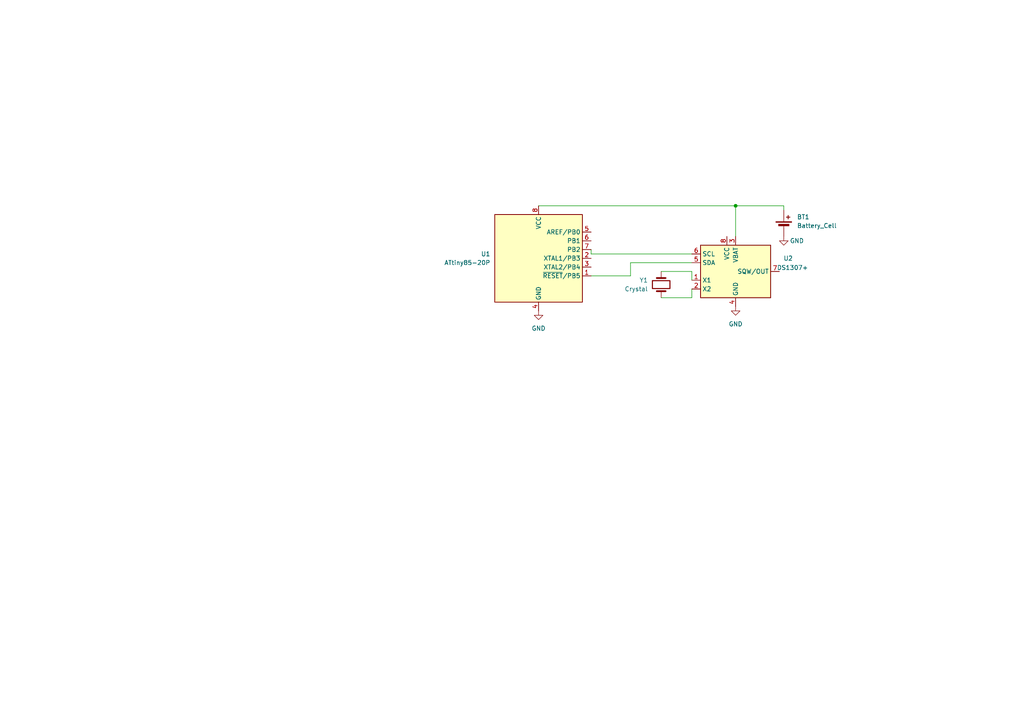
<source format=kicad_sch>
(kicad_sch (version 20230121) (generator eeschema)

  (uuid 7cfdfdda-b0e0-42ce-9ef7-1bd85f2ec3d2)

  (paper "A4")

  (lib_symbols
    (symbol "Device:Battery_Cell" (pin_numbers hide) (pin_names (offset 0) hide) (in_bom yes) (on_board yes)
      (property "Reference" "BT" (at 2.54 2.54 0)
        (effects (font (size 1.27 1.27)) (justify left))
      )
      (property "Value" "Battery_Cell" (at 2.54 0 0)
        (effects (font (size 1.27 1.27)) (justify left))
      )
      (property "Footprint" "" (at 0 1.524 90)
        (effects (font (size 1.27 1.27)) hide)
      )
      (property "Datasheet" "~" (at 0 1.524 90)
        (effects (font (size 1.27 1.27)) hide)
      )
      (property "ki_keywords" "battery cell" (at 0 0 0)
        (effects (font (size 1.27 1.27)) hide)
      )
      (property "ki_description" "Single-cell battery" (at 0 0 0)
        (effects (font (size 1.27 1.27)) hide)
      )
      (symbol "Battery_Cell_0_1"
        (rectangle (start -2.286 1.778) (end 2.286 1.524)
          (stroke (width 0) (type default))
          (fill (type outline))
        )
        (rectangle (start -1.524 1.016) (end 1.524 0.508)
          (stroke (width 0) (type default))
          (fill (type outline))
        )
        (polyline
          (pts
            (xy 0 0.762)
            (xy 0 0)
          )
          (stroke (width 0) (type default))
          (fill (type none))
        )
        (polyline
          (pts
            (xy 0 1.778)
            (xy 0 2.54)
          )
          (stroke (width 0) (type default))
          (fill (type none))
        )
        (polyline
          (pts
            (xy 0.762 3.048)
            (xy 1.778 3.048)
          )
          (stroke (width 0.254) (type default))
          (fill (type none))
        )
        (polyline
          (pts
            (xy 1.27 3.556)
            (xy 1.27 2.54)
          )
          (stroke (width 0.254) (type default))
          (fill (type none))
        )
      )
      (symbol "Battery_Cell_1_1"
        (pin passive line (at 0 5.08 270) (length 2.54)
          (name "+" (effects (font (size 1.27 1.27))))
          (number "1" (effects (font (size 1.27 1.27))))
        )
        (pin passive line (at 0 -2.54 90) (length 2.54)
          (name "-" (effects (font (size 1.27 1.27))))
          (number "2" (effects (font (size 1.27 1.27))))
        )
      )
    )
    (symbol "Device:Crystal" (pin_numbers hide) (pin_names (offset 1.016) hide) (in_bom yes) (on_board yes)
      (property "Reference" "Y" (at 0 3.81 0)
        (effects (font (size 1.27 1.27)))
      )
      (property "Value" "Crystal" (at 0 -3.81 0)
        (effects (font (size 1.27 1.27)))
      )
      (property "Footprint" "" (at 0 0 0)
        (effects (font (size 1.27 1.27)) hide)
      )
      (property "Datasheet" "~" (at 0 0 0)
        (effects (font (size 1.27 1.27)) hide)
      )
      (property "ki_keywords" "quartz ceramic resonator oscillator" (at 0 0 0)
        (effects (font (size 1.27 1.27)) hide)
      )
      (property "ki_description" "Two pin crystal" (at 0 0 0)
        (effects (font (size 1.27 1.27)) hide)
      )
      (property "ki_fp_filters" "Crystal*" (at 0 0 0)
        (effects (font (size 1.27 1.27)) hide)
      )
      (symbol "Crystal_0_1"
        (rectangle (start -1.143 2.54) (end 1.143 -2.54)
          (stroke (width 0.3048) (type default))
          (fill (type none))
        )
        (polyline
          (pts
            (xy -2.54 0)
            (xy -1.905 0)
          )
          (stroke (width 0) (type default))
          (fill (type none))
        )
        (polyline
          (pts
            (xy -1.905 -1.27)
            (xy -1.905 1.27)
          )
          (stroke (width 0.508) (type default))
          (fill (type none))
        )
        (polyline
          (pts
            (xy 1.905 -1.27)
            (xy 1.905 1.27)
          )
          (stroke (width 0.508) (type default))
          (fill (type none))
        )
        (polyline
          (pts
            (xy 2.54 0)
            (xy 1.905 0)
          )
          (stroke (width 0) (type default))
          (fill (type none))
        )
      )
      (symbol "Crystal_1_1"
        (pin passive line (at -3.81 0 0) (length 1.27)
          (name "1" (effects (font (size 1.27 1.27))))
          (number "1" (effects (font (size 1.27 1.27))))
        )
        (pin passive line (at 3.81 0 180) (length 1.27)
          (name "2" (effects (font (size 1.27 1.27))))
          (number "2" (effects (font (size 1.27 1.27))))
        )
      )
    )
    (symbol "MCU_Microchip_ATtiny:ATtiny85-20P" (in_bom yes) (on_board yes)
      (property "Reference" "U" (at -12.7 13.97 0)
        (effects (font (size 1.27 1.27)) (justify left bottom))
      )
      (property "Value" "ATtiny85-20P" (at 2.54 -13.97 0)
        (effects (font (size 1.27 1.27)) (justify left top))
      )
      (property "Footprint" "Package_DIP:DIP-8_W7.62mm" (at 0 0 0)
        (effects (font (size 1.27 1.27) italic) hide)
      )
      (property "Datasheet" "http://ww1.microchip.com/downloads/en/DeviceDoc/atmel-2586-avr-8-bit-microcontroller-attiny25-attiny45-attiny85_datasheet.pdf" (at 0 0 0)
        (effects (font (size 1.27 1.27)) hide)
      )
      (property "ki_keywords" "AVR 8bit Microcontroller tinyAVR" (at 0 0 0)
        (effects (font (size 1.27 1.27)) hide)
      )
      (property "ki_description" "20MHz, 8kB Flash, 512B SRAM, 512B EEPROM, debugWIRE, DIP-8" (at 0 0 0)
        (effects (font (size 1.27 1.27)) hide)
      )
      (property "ki_fp_filters" "DIP*W7.62mm*" (at 0 0 0)
        (effects (font (size 1.27 1.27)) hide)
      )
      (symbol "ATtiny85-20P_0_1"
        (rectangle (start -12.7 -12.7) (end 12.7 12.7)
          (stroke (width 0.254) (type default))
          (fill (type background))
        )
      )
      (symbol "ATtiny85-20P_1_1"
        (pin bidirectional line (at 15.24 -5.08 180) (length 2.54)
          (name "~{RESET}/PB5" (effects (font (size 1.27 1.27))))
          (number "1" (effects (font (size 1.27 1.27))))
        )
        (pin bidirectional line (at 15.24 0 180) (length 2.54)
          (name "XTAL1/PB3" (effects (font (size 1.27 1.27))))
          (number "2" (effects (font (size 1.27 1.27))))
        )
        (pin bidirectional line (at 15.24 -2.54 180) (length 2.54)
          (name "XTAL2/PB4" (effects (font (size 1.27 1.27))))
          (number "3" (effects (font (size 1.27 1.27))))
        )
        (pin power_in line (at 0 -15.24 90) (length 2.54)
          (name "GND" (effects (font (size 1.27 1.27))))
          (number "4" (effects (font (size 1.27 1.27))))
        )
        (pin bidirectional line (at 15.24 7.62 180) (length 2.54)
          (name "AREF/PB0" (effects (font (size 1.27 1.27))))
          (number "5" (effects (font (size 1.27 1.27))))
        )
        (pin bidirectional line (at 15.24 5.08 180) (length 2.54)
          (name "PB1" (effects (font (size 1.27 1.27))))
          (number "6" (effects (font (size 1.27 1.27))))
        )
        (pin bidirectional line (at 15.24 2.54 180) (length 2.54)
          (name "PB2" (effects (font (size 1.27 1.27))))
          (number "7" (effects (font (size 1.27 1.27))))
        )
        (pin power_in line (at 0 15.24 270) (length 2.54)
          (name "VCC" (effects (font (size 1.27 1.27))))
          (number "8" (effects (font (size 1.27 1.27))))
        )
      )
    )
    (symbol "Timer_RTC:DS1307+" (in_bom yes) (on_board yes)
      (property "Reference" "U" (at -8.89 8.89 0)
        (effects (font (size 1.27 1.27)))
      )
      (property "Value" "DS1307+" (at 1.27 8.89 0)
        (effects (font (size 1.27 1.27)) (justify left))
      )
      (property "Footprint" "Package_DIP:DIP-8_W7.62mm" (at 0 -12.7 0)
        (effects (font (size 1.27 1.27)) hide)
      )
      (property "Datasheet" "https://datasheets.maximintegrated.com/en/ds/DS1307.pdf" (at 0 -5.08 0)
        (effects (font (size 1.27 1.27)) hide)
      )
      (property "ki_keywords" "RTC, Trickle-Charge Timekeeping Chip" (at 0 0 0)
        (effects (font (size 1.27 1.27)) hide)
      )
      (property "ki_description" "64 x 8, Serial, I2C Real-time clock, 4.5V to 5.5V VCC, 0°C to +70°C, DIP-8" (at 0 0 0)
        (effects (font (size 1.27 1.27)) hide)
      )
      (property "ki_fp_filters" "DIP*W7.62mm*" (at 0 0 0)
        (effects (font (size 1.27 1.27)) hide)
      )
      (symbol "DS1307+_0_1"
        (rectangle (start -10.16 7.62) (end 10.16 -7.62)
          (stroke (width 0.254) (type default))
          (fill (type background))
        )
      )
      (symbol "DS1307+_1_1"
        (pin input line (at -12.7 -2.54 0) (length 2.54)
          (name "X1" (effects (font (size 1.27 1.27))))
          (number "1" (effects (font (size 1.27 1.27))))
        )
        (pin input line (at -12.7 -5.08 0) (length 2.54)
          (name "X2" (effects (font (size 1.27 1.27))))
          (number "2" (effects (font (size 1.27 1.27))))
        )
        (pin power_in line (at 0 10.16 270) (length 2.54)
          (name "VBAT" (effects (font (size 1.27 1.27))))
          (number "3" (effects (font (size 1.27 1.27))))
        )
        (pin power_in line (at 0 -10.16 90) (length 2.54)
          (name "GND" (effects (font (size 1.27 1.27))))
          (number "4" (effects (font (size 1.27 1.27))))
        )
        (pin bidirectional line (at -12.7 2.54 0) (length 2.54)
          (name "SDA" (effects (font (size 1.27 1.27))))
          (number "5" (effects (font (size 1.27 1.27))))
        )
        (pin input line (at -12.7 5.08 0) (length 2.54)
          (name "SCL" (effects (font (size 1.27 1.27))))
          (number "6" (effects (font (size 1.27 1.27))))
        )
        (pin open_collector line (at 12.7 0 180) (length 2.54)
          (name "SQW/OUT" (effects (font (size 1.27 1.27))))
          (number "7" (effects (font (size 1.27 1.27))))
        )
        (pin power_in line (at -2.54 10.16 270) (length 2.54)
          (name "VCC" (effects (font (size 1.27 1.27))))
          (number "8" (effects (font (size 1.27 1.27))))
        )
      )
    )
    (symbol "power:GND" (power) (pin_names (offset 0)) (in_bom yes) (on_board yes)
      (property "Reference" "#PWR" (at 0 -6.35 0)
        (effects (font (size 1.27 1.27)) hide)
      )
      (property "Value" "GND" (at 0 -3.81 0)
        (effects (font (size 1.27 1.27)))
      )
      (property "Footprint" "" (at 0 0 0)
        (effects (font (size 1.27 1.27)) hide)
      )
      (property "Datasheet" "" (at 0 0 0)
        (effects (font (size 1.27 1.27)) hide)
      )
      (property "ki_keywords" "global power" (at 0 0 0)
        (effects (font (size 1.27 1.27)) hide)
      )
      (property "ki_description" "Power symbol creates a global label with name \"GND\" , ground" (at 0 0 0)
        (effects (font (size 1.27 1.27)) hide)
      )
      (symbol "GND_0_1"
        (polyline
          (pts
            (xy 0 0)
            (xy 0 -1.27)
            (xy 1.27 -1.27)
            (xy 0 -2.54)
            (xy -1.27 -1.27)
            (xy 0 -1.27)
          )
          (stroke (width 0) (type default))
          (fill (type none))
        )
      )
      (symbol "GND_1_1"
        (pin power_in line (at 0 0 270) (length 0) hide
          (name "GND" (effects (font (size 1.27 1.27))))
          (number "1" (effects (font (size 1.27 1.27))))
        )
      )
    )
  )

  (junction (at 213.36 59.69) (diameter 0) (color 0 0 0 0)
    (uuid b229b8f0-4142-44c7-9813-6cbcfc14d171)
  )

  (wire (pts (xy 156.21 59.69) (xy 213.36 59.69))
    (stroke (width 0) (type default))
    (uuid 0034a5d4-57b4-4c13-871d-da1a4d50df30)
  )
  (wire (pts (xy 171.45 73.66) (xy 171.45 72.39))
    (stroke (width 0) (type default))
    (uuid 02e3220c-a93c-48fa-a013-ed9faa2b79cd)
  )
  (wire (pts (xy 171.45 73.66) (xy 200.66 73.66))
    (stroke (width 0) (type default))
    (uuid 40174dca-0d2f-4f96-9e14-ad55613aa305)
  )
  (wire (pts (xy 200.66 86.36) (xy 200.66 83.82))
    (stroke (width 0) (type default))
    (uuid 447f9e49-1477-4eb1-8551-796f72ccd5ba)
  )
  (wire (pts (xy 191.77 78.74) (xy 200.66 78.74))
    (stroke (width 0) (type default))
    (uuid 68661a90-1d99-4d24-bb14-5637950d1e9d)
  )
  (wire (pts (xy 200.66 78.74) (xy 200.66 81.28))
    (stroke (width 0) (type default))
    (uuid 7cde4989-f307-4818-8f69-4c9bc2c8ed8f)
  )
  (wire (pts (xy 213.36 68.58) (xy 213.36 59.69))
    (stroke (width 0) (type default))
    (uuid 8cf2047c-d222-4fc2-90fe-4ccbec4dbce0)
  )
  (wire (pts (xy 227.33 59.69) (xy 227.33 60.96))
    (stroke (width 0) (type default))
    (uuid 9762d2d7-77d1-4bc1-b2ed-7a75b157a9fc)
  )
  (wire (pts (xy 191.77 86.36) (xy 200.66 86.36))
    (stroke (width 0) (type default))
    (uuid 9bbabcae-db7b-4fac-b448-eef73d4b776a)
  )
  (wire (pts (xy 171.45 80.01) (xy 182.88 80.01))
    (stroke (width 0) (type default))
    (uuid b49f21e8-ef18-41f6-8c14-2f1c3e5c1124)
  )
  (wire (pts (xy 182.88 76.2) (xy 200.66 76.2))
    (stroke (width 0) (type default))
    (uuid cb373069-15fe-4ea8-a4ca-6add149bcb31)
  )
  (wire (pts (xy 182.88 80.01) (xy 182.88 76.2))
    (stroke (width 0) (type default))
    (uuid e8b7f372-d080-48d3-802a-200c97965e57)
  )
  (wire (pts (xy 213.36 59.69) (xy 227.33 59.69))
    (stroke (width 0) (type default))
    (uuid eed45993-f36f-43bb-b0c1-a5223d8496bc)
  )

  (symbol (lib_id "Timer_RTC:DS1307+") (at 213.36 78.74 0) (unit 1)
    (in_bom yes) (on_board yes) (dnp no)
    (uuid 2ae05f4d-e1ce-4b0c-9f41-aa4059546a09)
    (property "Reference" "U2" (at 228.6 74.93 0)
      (effects (font (size 1.27 1.27)))
    )
    (property "Value" "DS1307+" (at 229.87 77.6321 0)
      (effects (font (size 1.27 1.27)))
    )
    (property "Footprint" "Package_DIP:DIP-8_W7.62mm" (at 213.36 91.44 0)
      (effects (font (size 1.27 1.27)) hide)
    )
    (property "Datasheet" "https://datasheets.maximintegrated.com/en/ds/DS1307.pdf" (at 213.36 83.82 0)
      (effects (font (size 1.27 1.27)) hide)
    )
    (pin "3" (uuid 43aa4d05-7dfa-4a10-9440-59c868174947))
    (pin "2" (uuid 6967e97b-faf5-45b2-88ed-2b1cada7e04c))
    (pin "7" (uuid 4689742f-7c49-46f4-b26f-6a536f7d9767))
    (pin "6" (uuid 6da43e13-a837-4deb-b2d0-85fdc4fe8c11))
    (pin "5" (uuid a04b4291-de71-41df-b9f5-9e6cef289774))
    (pin "1" (uuid 4be1033d-9ca1-4c60-8b1c-8110f75f26e8))
    (pin "8" (uuid 112e60c2-fa62-4035-8ebc-d65a23ad8f49))
    (pin "4" (uuid 81e37af1-2f26-4694-b210-b9f6bb4700d9))
    (instances
      (project "rtc"
        (path "/7cfdfdda-b0e0-42ce-9ef7-1bd85f2ec3d2"
          (reference "U2") (unit 1)
        )
      )
    )
  )

  (symbol (lib_id "power:GND") (at 156.21 90.17 0) (unit 1)
    (in_bom yes) (on_board yes) (dnp no) (fields_autoplaced)
    (uuid 2ec25cc6-a183-4433-9be6-16624ba9b282)
    (property "Reference" "#PWR03" (at 156.21 96.52 0)
      (effects (font (size 1.27 1.27)) hide)
    )
    (property "Value" "GND" (at 156.21 95.25 0)
      (effects (font (size 1.27 1.27)))
    )
    (property "Footprint" "" (at 156.21 90.17 0)
      (effects (font (size 1.27 1.27)) hide)
    )
    (property "Datasheet" "" (at 156.21 90.17 0)
      (effects (font (size 1.27 1.27)) hide)
    )
    (pin "1" (uuid 751e2880-91ba-414e-b18c-f29cd9cf6c7d))
    (instances
      (project "rtc"
        (path "/7cfdfdda-b0e0-42ce-9ef7-1bd85f2ec3d2"
          (reference "#PWR03") (unit 1)
        )
      )
    )
  )

  (symbol (lib_id "MCU_Microchip_ATtiny:ATtiny85-20P") (at 156.21 74.93 0) (unit 1)
    (in_bom yes) (on_board yes) (dnp no) (fields_autoplaced)
    (uuid 5f550f95-4305-4bd6-a9b4-81182e595a23)
    (property "Reference" "U1" (at 142.24 73.66 0)
      (effects (font (size 1.27 1.27)) (justify right))
    )
    (property "Value" "ATtiny85-20P" (at 142.24 76.2 0)
      (effects (font (size 1.27 1.27)) (justify right))
    )
    (property "Footprint" "Package_DIP:DIP-8_W7.62mm" (at 156.21 74.93 0)
      (effects (font (size 1.27 1.27) italic) hide)
    )
    (property "Datasheet" "http://ww1.microchip.com/downloads/en/DeviceDoc/atmel-2586-avr-8-bit-microcontroller-attiny25-attiny45-attiny85_datasheet.pdf" (at 156.21 74.93 0)
      (effects (font (size 1.27 1.27)) hide)
    )
    (pin "8" (uuid 9aa79d18-e4c8-4c01-8445-0d8cb01eb76d))
    (pin "3" (uuid 1a1bedfd-3caa-45aa-80d4-3dad7b5effbe))
    (pin "2" (uuid 2f401ca2-ba65-4011-9767-f1d1509a8b18))
    (pin "1" (uuid 7d56071a-4dcc-422f-84a8-3a5a299c063b))
    (pin "6" (uuid 27006c37-c51c-4fac-b1bb-be30590b470e))
    (pin "7" (uuid cd0a51a7-9cc0-43b5-9392-2d20801e8ba9))
    (pin "4" (uuid 09110f4c-c9ac-4ad4-b69e-72e025ba9857))
    (pin "5" (uuid 8e6d88ce-0b86-4559-869b-b84fe1b020ed))
    (instances
      (project "rtc"
        (path "/7cfdfdda-b0e0-42ce-9ef7-1bd85f2ec3d2"
          (reference "U1") (unit 1)
        )
      )
    )
  )

  (symbol (lib_id "power:GND") (at 213.36 88.9 0) (unit 1)
    (in_bom yes) (on_board yes) (dnp no) (fields_autoplaced)
    (uuid 87f2710b-5b49-42b0-ab94-9c64eb4134c1)
    (property "Reference" "#PWR02" (at 213.36 95.25 0)
      (effects (font (size 1.27 1.27)) hide)
    )
    (property "Value" "GND" (at 213.36 93.98 0)
      (effects (font (size 1.27 1.27)))
    )
    (property "Footprint" "" (at 213.36 88.9 0)
      (effects (font (size 1.27 1.27)) hide)
    )
    (property "Datasheet" "" (at 213.36 88.9 0)
      (effects (font (size 1.27 1.27)) hide)
    )
    (pin "1" (uuid e0cd87e8-927f-42e5-b3ba-3ea22704b208))
    (instances
      (project "rtc"
        (path "/7cfdfdda-b0e0-42ce-9ef7-1bd85f2ec3d2"
          (reference "#PWR02") (unit 1)
        )
      )
    )
  )

  (symbol (lib_id "power:GND") (at 227.33 68.58 0) (unit 1)
    (in_bom yes) (on_board yes) (dnp no)
    (uuid bf3514a7-8cd2-45b8-91aa-0ea807a58d48)
    (property "Reference" "#PWR01" (at 227.33 74.93 0)
      (effects (font (size 1.27 1.27)) hide)
    )
    (property "Value" "GND" (at 231.14 69.85 0)
      (effects (font (size 1.27 1.27)))
    )
    (property "Footprint" "" (at 227.33 68.58 0)
      (effects (font (size 1.27 1.27)) hide)
    )
    (property "Datasheet" "" (at 227.33 68.58 0)
      (effects (font (size 1.27 1.27)) hide)
    )
    (pin "1" (uuid 6768103b-12cf-46c0-aeed-ed55b8983ec7))
    (instances
      (project "rtc"
        (path "/7cfdfdda-b0e0-42ce-9ef7-1bd85f2ec3d2"
          (reference "#PWR01") (unit 1)
        )
      )
    )
  )

  (symbol (lib_id "Device:Battery_Cell") (at 227.33 66.04 0) (unit 1)
    (in_bom yes) (on_board yes) (dnp no) (fields_autoplaced)
    (uuid cb055842-4f72-4fa6-8338-2d196e3d5415)
    (property "Reference" "BT1" (at 231.14 62.9285 0)
      (effects (font (size 1.27 1.27)) (justify left))
    )
    (property "Value" "Battery_Cell" (at 231.14 65.4685 0)
      (effects (font (size 1.27 1.27)) (justify left))
    )
    (property "Footprint" "" (at 227.33 64.516 90)
      (effects (font (size 1.27 1.27)) hide)
    )
    (property "Datasheet" "~" (at 227.33 64.516 90)
      (effects (font (size 1.27 1.27)) hide)
    )
    (pin "1" (uuid 547281d4-dd5f-4bde-b080-976dc55b6ad6))
    (pin "2" (uuid bae1d5b9-12eb-46d1-8d74-6578c5e9ca37))
    (instances
      (project "rtc"
        (path "/7cfdfdda-b0e0-42ce-9ef7-1bd85f2ec3d2"
          (reference "BT1") (unit 1)
        )
      )
    )
  )

  (symbol (lib_id "Device:Crystal") (at 191.77 82.55 270) (mirror x) (unit 1)
    (in_bom yes) (on_board yes) (dnp no)
    (uuid cffb8c15-e7c8-4c17-8cf0-75c285fc5afd)
    (property "Reference" "Y1" (at 187.96 81.28 90)
      (effects (font (size 1.27 1.27)) (justify right))
    )
    (property "Value" "Crystal" (at 187.96 83.82 90)
      (effects (font (size 1.27 1.27)) (justify right))
    )
    (property "Footprint" "" (at 191.77 82.55 0)
      (effects (font (size 1.27 1.27)) hide)
    )
    (property "Datasheet" "~" (at 191.77 82.55 0)
      (effects (font (size 1.27 1.27)) hide)
    )
    (pin "2" (uuid 007140ee-7718-4e65-a858-e53da59b3948))
    (pin "1" (uuid c04c91e6-334a-4fce-9def-a747f8288b84))
    (instances
      (project "rtc"
        (path "/7cfdfdda-b0e0-42ce-9ef7-1bd85f2ec3d2"
          (reference "Y1") (unit 1)
        )
      )
    )
  )

  (sheet_instances
    (path "/" (page "1"))
  )
)

</source>
